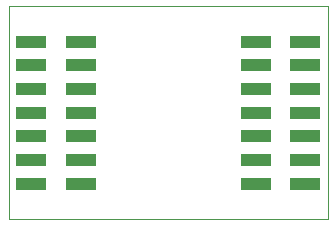
<source format=gbr>
G04 #@! TF.GenerationSoftware,KiCad,Pcbnew,8.0.3*
G04 #@! TF.CreationDate,2024-08-02T19:38:21+02:00*
G04 #@! TF.ProjectId,powermod,706f7765-726d-46f6-942e-6b696361645f,rev?*
G04 #@! TF.SameCoordinates,PXf42400PY2719c40*
G04 #@! TF.FileFunction,Soldermask,Bot*
G04 #@! TF.FilePolarity,Negative*
%FSLAX46Y46*%
G04 Gerber Fmt 4.6, Leading zero omitted, Abs format (unit mm)*
G04 Created by KiCad (PCBNEW 8.0.3) date 2024-08-02 19:38:21*
%MOMM*%
%LPD*%
G01*
G04 APERTURE LIST*
%ADD10R,2.580000X1.000000*%
G04 #@! TA.AperFunction,Profile*
%ADD11C,0.120000*%
G04 #@! TD*
G04 APERTURE END LIST*
D10*
X25085000Y-1000000D03*
X20915000Y-1000000D03*
X25085000Y-3000000D03*
X20915000Y-3000000D03*
X25085000Y-5000000D03*
X20915000Y-5000000D03*
X25085000Y-7000000D03*
X20915000Y-7000000D03*
X25085000Y-9000000D03*
X20915000Y-9000000D03*
X25085000Y-11000000D03*
X20915000Y-11000000D03*
X25085000Y-13000000D03*
X20915000Y-13000000D03*
X6085000Y-1000000D03*
X1915000Y-1000000D03*
X6085000Y-3000000D03*
X1915000Y-3000000D03*
X6085000Y-5000000D03*
X1915000Y-5000000D03*
X6085000Y-7000000D03*
X1915000Y-7000000D03*
X6085000Y-9000000D03*
X1915000Y-9000000D03*
X6085000Y-11000000D03*
X1915000Y-11000000D03*
X6085000Y-13000000D03*
X1915000Y-13000000D03*
D11*
X0Y-16000000D02*
X27000000Y-16000000D01*
X27000000Y2000000D02*
X0Y2000000D01*
X27000000Y-16000000D02*
X27000000Y2000000D01*
X0Y2000000D02*
X0Y-16000000D01*
M02*

</source>
